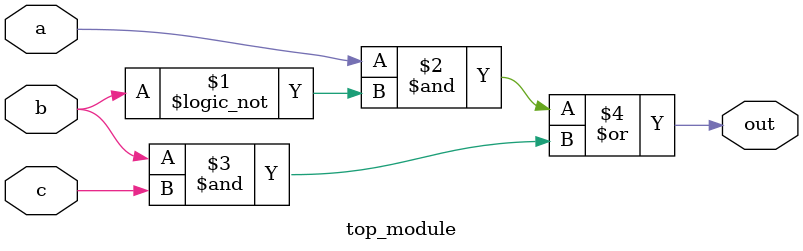
<source format=sv>
module top_module(
	input a, 
	input b,
	input c,
	output out
);

// Define the truth table for the output based on the Karnaugh map
assign out = (a & !b) | (b & c);

endmodule

</source>
